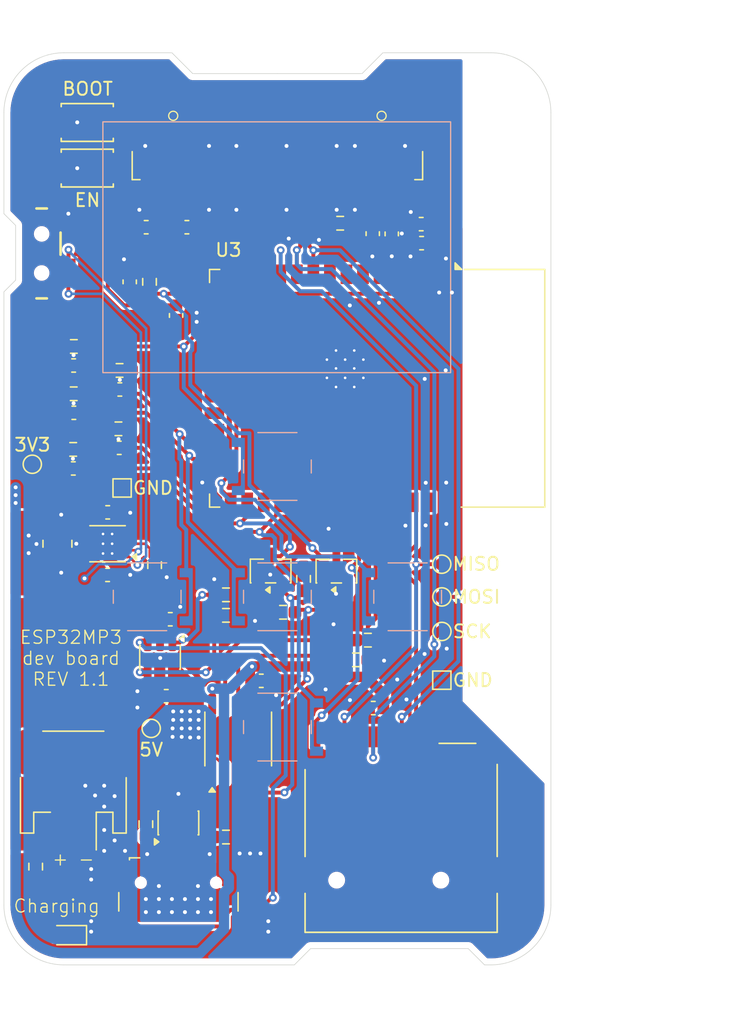
<source format=kicad_pcb>
(kicad_pcb (version 20241229) (generator "pcbnew") (generator_version "9.0")
  (layers (0 "F.Cu" signal) (2 "B.Cu" signal) (13 "F.Paste" user) (15 "B.Paste" user) (5 "F.SilkS" user "F.Silkscreen") (7 "B.SilkS" user "B.Silkscreen") (1 "F.Mask" user) (3 "B.Mask" user) (25 "Edge.Cuts" user))
  (net 0 "")
  (net 1 "+3V3")
  (net 2 "GND")
  (net 3 "/MCU/EN")
  (net 4 "/Buttons/BTN UP")
  (net 5 "/Buttons/BTN ENTER")
  (net 6 "/Buttons/BTN DOWN")
  (net 7 "/Buttons/BTN RIGHT")
  (net 8 "/Buttons/BTN LEFT")
  (net 9 "/MCU/BOOT")
  (net 10 "+BATT")
  (net 11 "Net-(DS1-VCOMH)")
  (net 12 "Net-(DS1-VCC)")
  (net 13 "Net-(DS1-C2N)")
  (net 14 "Net-(DS1-C2P)")
  (net 15 "Net-(DS1-C1N)")
  (net 16 "Net-(DS1-C1P)")
  (net 17 "Net-(D1-K)")
  (net 18 "Net-(D1-A)")
  (net 20 "/Display/DISPLAY RESET")
  (net 22 "/Display/CLK")
  (net 23 "/Display/MOSI")
  (net 24 "/Display/DISPLAY CS")
  (net 25 "Net-(DS1-IREF)")
  (net 26 "/Display/DISPLAY D{slash}~{C}")
  (net 27 "/MCU/µSD CS")
  (net 28 "/MCU/MISO")
  (net 29 "/MCU/µSD DET")
  (net 30 "Net-(J1-CC2)")
  (net 31 "Net-(J1-D--PadA7)")
  (net 32 "Net-(J1-CC1)")
  (net 33 "Net-(J1-D+-PadA6)")
  (net 34 "VBUS")
  (net 39 "Net-(U2-LX2)")
  (net 40 "Net-(U2-LX1)")
  (net 41 "/USB bridge/~{RTS}")
  (net 42 "Net-(Q1-B)")
  (net 43 "Net-(U1-ISET)")
  (net 44 "Net-(U1-TS)")
  (net 45 "/USB bridge/~{DTR}")
  (net 46 "Net-(Q2-B)")
  (net 47 "/USB bridge/TXD BRIDGE")
  (net 48 "Net-(U2-CFG1)")
  (net 49 "Net-(SW1-B)")
  (net 50 "/USB bridge/RXD BRIDGE")
  (net 61 "/MCU/RXD BRIDGE")
  (net 69 "/MCU/TXD BRIDGE")
  (net 71 "/USB bridge/UD-")
  (net 72 "/USB bridge/UD+")
  (footprint "Package_TO_SOT_SMD:SOT-23-6" (layer "F.Cu") (at 166.899532 104.858046 90)
    (property "Reference" "U5" (hide yes))
    (property "Value" "USBLC6-2SC6")
  )
  (footprint "Capacitor_SMD:C_0603_1608Metric" (layer "F.Cu") (at 183.28 59.65 -90)
    (property "Reference" "C14" (hide yes))
    (property "Value" "2u2")
  )
  (footprint "Library:SW_TS-1088-AR02016" (layer "F.Cu") (at 159.9 54.6)
    (property "Reference" "SW2" (hide yes))
    (property "Value" "EN")
  )
  (footprint "Capacitor_SMD:C_0603_1608Metric" (layer "F.Cu") (at 158.855 69.75 180)
    (property "Reference" "C16" (hide yes))
    (property "Value" "100n")
  )
  (footprint "Library:N096-2864KSWEG01-H30" (layer "F.Cu") (at 174.5 51.95)
    (property "Reference" "DS1" (hide yes))
    (property "Value" "N096-2864KSWEG01-H30")
  )
  (footprint "TestPoint:TestPoint_Pad_D1.0mm" (layer "F.Cu") (at 187.12 85)
    (property "Reference" "TP3" (hide yes))
    (property "Value" "MISO")
  )
  (footprint "Resistor_SMD:R_0603_1608Metric_Pad0.98x0.95mm_HandSolder" (layer "F.Cu") (at 170.55 88.925)
    (property "Reference" "R3" (hide yes))
    (property "Value" "675R")
  )
  (footprint "Resistor_SMD:R_0603_1608Metric_Pad0.98x0.95mm_HandSolder" (layer "F.Cu") (at 158.82 76.19)
    (property "Reference" "R16" (hide yes))
    (property "Value" "10k")
  )
  (footprint "TestPoint:TestPoint_Pad_D1.0mm" (layer "F.Cu") (at 187.13 90.16)
    (property "Reference" "TP5" (hide yes))
    (property "Value" "SCK")
  )
  (footprint "Capacitor_SMD:C_0603_1608Metric" (layer "F.Cu") (at 185.54 58.9 180)
    (property "Reference" "C8" (hide yes))
    (property "Value" "100n")
  )
  (footprint "RF_Module:ESP32-WROOM-32D" (layer "F.Cu") (at 179.17 71.5 -90)
    (property "Reference" "U3")
    (property "Value" "ESP32-WROOM-32E-R2")
  )
  (footprint "Capacitor_SMD:C_0603_1608Metric" (layer "F.Cu") (at 161.46 85.82)
    (property "Reference" "C3" (hide yes))
    (property "Value" "22u")
  )
  (footprint "Resistor_SMD:R_0603_1608Metric_Pad0.98x0.95mm_HandSolder" (layer "F.Cu") (at 179.32 58.832 180)
    (property "Reference" "R12" (hide yes))
    (property "Value" "910k")
  )
  (footprint "Resistor_SMD:R_0603_1608Metric_Pad0.98x0.95mm_HandSolder" (layer "F.Cu") (at 181.45 90.83)
    (property "Reference" "R1" (hide yes))
    (property "Value" "0R")
  )
  (footprint "TestPoint:TestPoint_Pad_D1.0mm" (layer "F.Cu") (at 187.13 87.51)
    (property "Reference" "TP4" (hide yes))
    (property "Value" "MOSI")
  )
  (footprint "TestPoint:TestPoint_Pad_1.0x1.0mm" (layer "F.Cu") (at 187.125 93.9)
    (property "Reference" "TP1" (hide yes))
    (property "Value" "GND")
  )
  (footprint "Capacitor_SMD:C_0603_1608Metric" (layer "F.Cu") (at 161.47 81.02)
    (property "Reference" "C4" (hide yes))
    (property "Value" "22u")
  )
  (footprint "TestPoint:TestPoint_Pad_D1.0mm" (layer "F.Cu") (at 164.81 97.6)
    (property "Reference" "TP6" (hide yes))
    (property "Value" "5V")
  )
  (footprint "Capacitor_SMD:C_0603_1608Metric" (layer "F.Cu") (at 167.55 59.137)
    (property "Reference" "C12" (hide yes))
    (property "Value" "1u")
  )
  (footprint "Resistor_SMD:R_0603_1608Metric_Pad0.98x0.95mm_HandSolder" (layer "F.Cu") (at 158.86 71.92)
    (property "Reference" "R15" (hide yes))
    (property "Value" "10k")
  )
  (footprint "Resistor_SMD:R_0603_1608Metric_Pad0.98x0.95mm_HandSolder" (layer "F.Cu") (at 170.55 87.35)
    (property "Reference" "R4" (hide yes))
    (property "Value" "10k")
  )
  (footprint "Capacitor_SMD:C_0603_1608Metric" (layer "F.Cu") (at 181.86 96.04 180)
    (property "Reference" "C10" (hide yes))
    (property "Value" "100n")
  )
  (footprint "Capacitor_SMD:C_0603_1608Metric" (layer "F.Cu") (at 163.16 63.33 90)
    (property "Reference" "C5" (hide yes))
    (property "Value" "100n")
  )
  (footprint "Resistor_SMD:R_0603_1608Metric_Pad0.98x0.95mm_HandSolder" (layer "F.Cu") (at 165.07 85.07 -90)
    (property "Reference" "R6" (hide yes))
    (property "Value" "36k5")
  )
  (footprint "Library:SW_TS-1088-AR02016" (layer "F.Cu") (at 159.9 51.1)
    (property "Reference" "SW3" (hide yes))
    (property "Value" "BOOT")
  )
  (footprint "Package_SO:SSOP-10-1EP_3.9x4.9mm_P1mm_EP2.1x3.3mm" (layer "F.Cu") (at 171.49 98.4125 90)
    (property "Reference" "U4" (hide yes))
    (property "Value" "CH340K")
  )
  (footprint "Package_TO_SOT_SMD:SOT-23-3" (layer "F.Cu") (at 179.03 85.53 90)
    (property "Reference" "Q1" (hide yes))
    (property "Value" "SS8050")
  )
  (footprint "Connector_JST:JST_PH_S2B-PH-SM4-TB_1x02-1MP_P2.00mm_Horizontal" (layer "F.Cu") (at 158.83 102.325 180)
    (property "Reference" "BT1" (hide yes))
    (property "Value" "974058 li-Ion")
  )
  (footprint "Resistor_SMD:R_0603_1608Metric_Pad0.98x0.95mm_HandSolder" (layer "F.Cu") (at 164.68 63.33 -90)
    (property "Reference" "R7" (hide yes))
    (property "Value" "10k")
  )
  (footprint "Capacitor_SMD:C_0603_1608Metric" (layer "F.Cu") (at 162.4025 71.59 180)
    (property "Reference" "C19" (hide yes))
    (property "Value" "100n")
  )
  (footprint "Connector_USB:USB_C_Receptacle_GCT_USB4110" (layer "F.Cu") (at 166.9 112.05)
    (property "Reference" "J1" (hide yes))
    (property "Value" "USB_C_Receptacle_USB2.0_16P")
  )
  (footprint "Package_TO_SOT_SMD:SOT-23-6" (layer "F.Cu") (at 165.4875 92.15 -90)
    (property "Reference" "U1" (hide yes))
    (property "Value" "BQ21040DBV")
  )
  (footprint "Inductor_SMD:L_1008_2520Metric" (layer "F.Cu") (at 157.61 83.43 90)
    (property "Reference" "L1" (hide yes))
    (property "Value" "2u2")
  )
  (footprint "Capacitor_SMD:C_0603_1608Metric" (layer "F.Cu") (at 166.275 89.225)
    (property "Reference" "C2" (hide yes))
    (property "Value" "22u")
  )
  (footprint "Resistor_SMD:R_0603_1608Metric_Pad0.98x0.95mm_HandSolder" (layer "F.Cu") (at 170.55 105.94 180)
    (property "Reference" "R11" (hide yes))
    (property "Value" "5k1")
  )
  (footprint "Capacitor_SMD:C_0603_1608Metric" (layer "F.Cu") (at 158.83 77.65 180)
    (property "Reference" "C18" (hide yes))
    (property "Value" "100n")
  )
  (footprint "Resistor_SMD:R_0603_1608Metric_Pad0.98x0.95mm_HandSolder" (layer "F.Cu") (at 162.38 70.13)
    (property "Reference" "R17" (hide yes))
    (property "Value" "10k")
  )
  (footprint "Resistor_SMD:R_0603_1608Metric_Pad0.98x0.95mm_HandSolder" (layer "F.Cu") (at 162.295 74.61)
    (property "Reference" "R13" (hide yes))
    (property "Value" "10k")
  )
  (footprint "Resistor_SMD:R_0603_1608Metric_Pad0.98x0.95mm_HandSolder" (layer "F.Cu") (at 176.51 86.1275 90)
    (property "Reference" "R8" (hide yes))
    (property "Value" "10k")
  )
  (footprint "LED_SMD:LED_0603_1608Metric" (layer "F.Cu") (at 158.36 113.47 180)
    (property "Reference" "D1" (hide yes))
    (property "Value" "LED")
  )
  (footprint "Capacitor_SMD:C_0603_1608Metric" (layer "F.Cu") (at 165.965 95.13 180)
    (property "Reference" "C1" (hide yes))
    (property "Value" "2u2")
  )
  (footprint "Resistor_SMD:R_0603_1608Metric_Pad0.98x0.95mm_HandSolder" (layer "F.Cu") (at 155.94 108.21 -90)
    (property "Reference" "R5" (hide yes))
    (property "Value" "270R")
  )
  (footprint "Resistor_SMD:R_0603_1608Metric_Pad0.98x0.95mm_HandSolder" (layer "F.Cu") (at 174.93 88.69 180)
    (property "Reference" "R9" (hide yes))
    (property "Value" "10k")
  )
  (footprint "Capacitor_SMD:C_0603_1608Metric" (layer "F.Cu") (at 158.87 73.38 180)
    (property "Reference" "C17" (hide yes))
    (property "Value" "100n")
  )
  (footprint "Capacitor_SMD:C_0603_1608Metric" (layer "F.Cu") (at 164.425 59.137)
    (property "Reference" "C11" (hide yes))
    (property "Value" "1u")
  )
  (footprint "Resistor_SMD:R_0603_1608Metric_Pad0.98x0.95mm_HandSolder" (layer "F.Cu") (at 180.53 92.34)
    (property "Reference" "R2" (hide yes))
    (property "Value" "0R")
  )
  (footprint "Package_SON:WSON-10-1EP_2.5x2.5mm_P0.5mm_EP1.2x2mm_ThermalVias" (layer "F.Cu") (at 161.46 83.43 180)
    (property "Reference" "U2" (hide yes))
    (property "Value" "TPS63900")
  )
  (footprint "Package_TO_SOT_SMD:SOT-23-3" (layer "F.Cu") (at 173.98 85.5225 90)
    (property "Reference" "Q2" (hide yes))
    (property "Value" "SS8050")
  )
  (footprint "Library:MK-12C02-G015" (layer "F.Cu") (at 156.4 61.15 90)
    (property "Reference" "SW1" (hide yes))
    (property "Value" "SW_SPDT")
  )
  (footprint "Capacitor_SMD:C_0603_1608Metric" (layer "F.Cu") (at 173.26 93.95)
    (property "Reference" "C9" (hide yes))
    (property "Value" "100n")
  )
  (footprint "Library:TF PUSH" (layer "F.Cu") (at 184 106)
    (property "Reference" "J2" (hide yes))
    (property "Value" "Micro_SD_Card_Det1")
  )
  (footprint "Resistor_SMD:R_0603_1608Metric_Pad0.98x0.95mm_HandSolder" (layer "F.Cu") (at 158.87 68.29)
    (property "Reference" "R14" (hide yes))
    (property "Value" "10k")
  )
  (footprint "Capacitor_SMD:C_0603_1608Metric" (layer "F.Cu") (at 162.355 76.07 180)
    (property "Reference" "C15" (hide yes))
    (property "Value" "100n")
  )
  (footprint "TestPoint:TestPoint_Pad_D1.0mm" (layer "F.Cu") (at 155.68 77.33)
    (property "Reference" "TP7" (hide yes))
    (property "Value" "3V3")
  )
  (footprint "Capacitor_SMD:C_0603_1608Metric" (layer "F.Cu") (at 181.82 59.632 -90)
    (property "Reference" "C13" (hide yes))
    (property "Value" "4u7")
  )
  (footprint "TestPoint:TestPoint_Pad_1.0x1.0mm" (layer "F.Cu") (at 162.575 79.15)
    (property "Reference" "TP2" (hide yes))
    (property "Value" "GND")
  )
  (footprint "Capacitor_SMD:C_0603_1608Metric" (layer "F.Cu") (at 185.57 60.36 180)
    (property "Reference" "C7" (hide yes))
    (property "Value" "100n")
  )
  (footprint "Resistor_SMD:R_0603_1608Metric_Pad0.98x0.95mm_HandSolder" (layer "F.Cu") (at 164.4 104.95 -90)
    (property "Reference" "R10" (hide yes))
    (property "Value" "5k1")
  )
  (footprint "Capacitor_SMD:C_0603_1608Metric" (layer "F.Cu") (at 166.72 65.91 -90)
    (property "Reference" "C6" (hide yes))
    (property "Value" "100n")
  )
  (footprint "Library:PTS526SM15SMTR2LFS" (layer "B.Cu") (at 174.5 97.5)
    (property "Reference" "SW7" (hide yes))
    (property "Value" "DOWN")
  )
  (footprint "Library:PTS526SM15SMTR2LFS" (layer "B.Cu") (at 184.5 87.5 180)
    (property "Reference" "SW4" (hide yes))
    (property "Value" "LEFT")
  )
  (footprint "Library:PTS526SM15SMTR2LFS" (layer "B.Cu") (at 174.5 87.5 180)
    (property "Reference" "SW6" (hide yes))
    (property "Value" "ENTER")
  )
  (footprint "Library:PTS526SM15SMTR2LFS" (layer "B.Cu") (at 164.5 87.5)
    (property "Reference" "SW8" (hide yes))
    (property "Value" "RIGHT")
  )
  (footprint "Library:PTS526SM15SMTR2LFS" (layer "B.Cu") (at 174.5 77.5 180)
    (property "Reference" "SW5" (hide yes))
    (property "Value" "UP")
  )
  (gr_line (start 154.4 59) (end 154.4 63.2) (stroke (width 0.05)) (layer "Edge.Cuts"))
  (gr_line (start 168 47.35) (end 174.5 47.35) (stroke (width 0.05)) (layer "Edge.Cuts"))
  (gr_line (start 181 47.35) (end 174.5 47.35) (stroke (width 0.05)) (layer "Edge.Cuts"))
  (gr_line (start 154.4 63.2) (end 153.5 64.1) (stroke (width 0.05)) (layer "Edge.Cuts"))
  (gr_arc (start 153.5 50.35) (mid 154.847309 47.097309) (end 158.1 45.75) (stroke (width 0.05)) (layer "Edge.Cuts"))
  (gr_arc (start 195.5 111.15) (mid 194.152691 114.402691) (end 190.9 115.75) (stroke (width 0.05)) (layer "Edge.Cuts"))
  (gr_line (start 182.6 45.75) (end 181 47.35) (stroke (width 0.05)) (layer "Edge.Cuts"))
  (gr_line (start 190.4 115.75) (end 190.9 115.75) (stroke (width 0.05)) (layer "Edge.Cuts"))
  (gr_line (start 189.15 114.5) (end 190.4 115.75) (stroke (width 0.05)) (layer "Edge.Cuts"))
  (gr_arc (start 158.099999 115.750001) (mid 154.847308 114.402692) (end 153.499999 111.150001) (stroke (width 0.05)) (layer "Edge.Cuts"))
  (gr_line (start 175.8 115.75) (end 158.1 115.75) (stroke (width 0.05)) (layer "Edge.Cuts"))
  (gr_line (start 158.1 45.75) (end 166.4 45.75) (stroke (width 0.05)) (layer "Edge.Cuts"))
  (gr_line (start 177.05 114.5) (end 189.15 114.5) (stroke (width 0.05)) (layer "Edge.Cuts"))
  (gr_line (start 153.5 64.1) (end 153.5 111.15) (stroke (width 0.05)) (layer "Edge.Cuts"))
  (gr_line (start 153.5 58.1) (end 153.5 50.35) (stroke (width 0.05)) (layer "Edge.Cuts"))
  (gr_line (start 195.5 50.35) (end 195.5 111.15) (stroke (width 0.05)) (layer "Edge.Cuts"))
  (gr_line (start 166.4 45.75) (end 168 47.35) (stroke (width 0.05)) (layer "Edge.Cuts"))
  (gr_line (start 154.4 59) (end 153.5 58.1) (stroke (width 0.05)) (layer "Edge.Cuts"))
  (gr_line (start 177.05 114.5) (end 175.8 115.75) (stroke (width 0.05)) (layer "Edge.Cuts"))
  (gr_line (start 182.6 45.75) (end 190.9 45.75) (stroke (width 0.05)) (layer "Edge.Cuts"))
  (gr_arc (start 190.9 45.75) (mid 194.152691 47.097309) (end 195.5 50.35) (stroke (width 0.05)) (layer "Edge.Cuts"))
  (gr_text "+ -" (at 158.83 108.21 0) (layer "F.SilkS") (effects (font (size 1 1) (thickness 0.1)) (justify bottom)))
  (gr_text "Charging" (at 157.55 111.82 0) (layer "F.SilkS") (effects (font (size 1 1) (thickness 0.1)) (justify bottom)))
  (gr_text "ESP32MP3\ndev board\nREV 1.1" (at 158.65 92.22 0) (layer "F.SilkS") (effects (font (size 1 1) (thickness 0.1))))
  (segment (start 169.49 95.775) (end 169.49 94.56) (width 0.3) (layer "F.Cu") (net 1))
  (segment (start 182.95 98.25) (end 182.95 96.355) (width 0.4) (layer "F.Cu") (net 1))
  (segment (start 172.485 92.915) (end 172.485 93.95) (width 0.6) (layer "F.Cu") (net 1))
  (segment (start 162.476 60.186) (end 162.476 56.376) (width 0.3) (layer "F.Cu") (net 1))
  (segment (start 181.32 93.65) (end 178.7 93.65) (width 0.8) (layer "F.Cu") (net 1))
  (segment (start 169.49 94.56) (end 169.5 94.55) (width 0.3) (layer "F.Cu") (net 1))
  (segment (start 172.49 93.955) (end 172.485 93.95) (width 0.3) (layer "F.Cu") (net 1))
  (segment (start 177.9 92.85) (end 172.55 92.85) (width 0.8) (layer "F.Cu") (net 1))
  (segment (start 160.8475 70.75) (end 157.5 70.75) (width 0.3) (layer "F.Cu") (net 1))
  (segment (start 162.476 56.376) (end 163.001 55.851) (width 0.3) (layer "F.Cu") (net 1))
  (segment (start 161.3825 74.61) (end 157.49 74.61) (width 0.3) (layer "F.Cu") (net 1))
  (segment (start 172.49 95.775) (end 172.49 93.955) (width 0.6) (layer "F.Cu") (net 1))
  (segment (start 161.4675 70.13) (end 160.8475 70.75) (width 0.3) (layer "F.Cu") (net 1))
  (segment (start 169.95 55.337) (end 169.95 49.6) (width 0.4) (layer "F.Cu") (net 1))
  (segment (start 167.85 55.337) (end 167.85 49.55) (width 0.4) (layer "F.Cu") (net 1))
  (segment (start 182.635 94.965) (end 181.32 93.65) (width 0.8) (layer "F.Cu") (net 1))
  (segment (start 169.48 95.765) (end 169.49 95.775) (width 0.3) (layer "F.Cu") (net 1))
  (segment (start 164.68 62.4175) (end 164.68 62.39) (width 0.3) (layer "F.Cu") (net 1))
  (segment (start 178.7 93.65) (end 177.9 92.85) (width 0.8) (layer "F.Cu") (net 1))
  (segment (start 163.001 55.851) (end 163.001 51.45) (width 0.3) (layer "F.Cu") (net 1))
  (segment (start 164.68 62.39) (end 162.476 60.186) (width 0.3) (layer "F.Cu") (net 1))
  (segment (start 172.55 92.85) (end 172.485 92.915) (width 0.8) (layer "F.Cu") (net 1))
  (segment (start 182.635 94.965) (end 182.635 96.04) (width 0.8) (layer "F.Cu") (net 1))
  (via (at 172.55 92.85) (size 0.6) (drill 0.3) (layers "F.Cu" "B.Cu") (net 1))
  (via (at 154.4 79.7) (size 0.6) (drill 0.3) (layers "F.Cu" "B.Cu") (net 1))
  (via (at 154.4 79.1) (size 0.6) (drill 0.3) (layers "F.Cu" "B.Cu") (net 1))
  (via (at 169.5 94.55) (size 0.6) (drill 0.3) (layers "F.Cu" "B.Cu") (net 1))
  (via (at 154.4 80.3) (size 0.6) (drill 0.3) (layers "F.Cu" "B.Cu") (net 1))
  (segment (start 154.4 80.3) (end 154.401 80.301) (width 0.8) (layer "B.Cu") (net 1))
  (segment (start 170.4 100.302) (end 170.399 100.301) (width 0.8) (layer "B.Cu") (net 1))
  (segment (start 170.85 94.55) (end 172.55 92.85) (width 0.8) (layer "B.Cu") (net 1))
  (segment (start 170.4 112.999) (end 170.4 110.215272) (width 0.8) (layer "B.Cu") (net 1))
  (segment (start 170.399 100.301) (end 170.399 94.55) (width 0.8) (layer "B.Cu") (net 1))
  (segment (start 170.766 109.849272) (end 170.766 109.040728) (width 0.8) (layer "B.Cu") (net 1))
  (segment (start 170.4 110.215272) (end 170.766 109.849272) (width 0.8) (layer "B.Cu") (net 1))
  (segment (start 170.399 94.55) (end 170.85 94.55) (width 0.8) (layer "B.Cu") (net 1))
  (segment (start 154.401 91.549) (end 154.401 111.124438) (width 0.8) (layer "B.Cu") (net 1))
  (segment (start 170.4 108.674728) (end 170.4 100.302) (width 0.8) (layer "B.Cu") (net 1))
  (segment (start 158.125562 114.849) (end 168.55 114.849) (width 0.8) (layer "B.Cu") (net 1))
  (segment (start 154.4 79.7) (end 154.4 80.3) (width 0.8) (layer "B.Cu") (net 1))
  (segment (start 154.4 79.1) (end 154.4 79.7) (width 0.8) (layer "B.Cu") (net 1))
  (segment (start 170.766 109.040728) (end 170.4 108.674728) (width 0.8) (layer "B.Cu") (net 1))
  (segment (start 170.399 94.55) (end 169.5 94.55) (width 0.8) (layer "B.Cu") (net 1))
  (segment (start 154.401 80.301) (end 154.401 91.549) (width 0.8) (layer "B.Cu") (net 1))
  (segment (start 168.55 114.849) (end 170.4 112.999) (width 0.8) (layer "B.Cu") (net 1))
  (arc (start 154.401 111.124438) (mid 155.491899 113.758101) (end 158.125562 114.849) (width 0.8) (layer "B.Cu") (net 1))
  (via (at 160.2 108.4) (size 0.6) (drill 0.3) (layers "F.Cu" "B.Cu") (net 2))
  (via (at 165.5 92.2) (size 0.6) (drill 0.3) (layers "F.Cu" "B.Cu") (net 2))
  (via (at 162.8 107) (size 0.6) (drill 0.3) (layers "F.Cu" "B.Cu") (net 2))
  (via (at 173.8 113.2) (size 0.6) (drill 0.3) (layers "F.Cu" "B.Cu") (net 2))
  (via (at 171.35 52.9) (size 0.6) (drill 0.3) (layers "F.Cu" "B.Cu") (net 2))
  (via (at 158.85 72.65) (size 0.6) (drill 0.3) (layers "F.Cu" "B.Cu") (net 2))
  (via (at 173.2 107.2) (size 0.6) (drill 0.3) (layers "F.Cu" "B.Cu") (net 2))
  (via (at 182.69 92.4) (size 0.6) (drill 0.3) (layers "F.Cu" "B.Cu") (net 2))
  (via (at 158.85 68.95) (size 0.6) (drill 0.3) (layers "F.Cu" "B.Cu") (net 2))
  (via (at 169.65 86.15) (size 0.6) (drill 0.3) (layers "F.Cu" "B.Cu") (net 2))
  (via (at 162 106.2) (size 0.6) (drill 0.3) (layers "F.Cu" "B.Cu") (net 2))
  (via (at 177.69 60.11) (size 0.6) (drill 0.3) (layers "F.Cu" "B.Cu") (net 2))
  (via (at 157.9 85.65) (size 0.6) (drill 0.3) (layers "F.Cu" "B.Cu") (net 2))
  (via (at 171.6 107.2) (size 0.6) (drill 0.3) (layers "F.Cu" "B.Cu") (net 2))
  (via (at 178.2 94.61) (size 0.6) (drill 0.3) (layers "F.Cu" "B.Cu") (net 2))
  (via (at 185.81 70.78) (size 0.6) (drill 0.3) (layers "F.Cu" "B.Cu") (net 2))
  (via (at 167.04 88.27) (size 0.6) (drill 0.3) (layers "F.Cu" "B.Cu") (net 2))
  (via (at 163.9 57.8) (size 0.6) (drill 0.3) (layers "F.Cu" "B.Cu") (net 2))
  (via (at 185.88 82.02) (size 0.6) (drill 0.3) (layers "F.Cu" "B.Cu") (net 2))
  (via (at 186.92 64.15) (size 0.6) (drill 0.3) (layers "F.Cu" "B.Cu") (net 2))
  (via (at 179.05 57.8) (size 0.6) (drill 0.3) (layers "F.Cu" "B.Cu") (net 2))
  (via (at 187.47 81.91) (size 0.6) (drill 0.3) (layers "F.Cu" "B.Cu") (net 2))
  (via (at 158.45 58.1) (size 0.6) (drill 0.3) (layers "F.Cu" "B.Cu") (net 2))
  (via (at 166 86) (size 0.6) (drill 0.3) (layers "F.Cu" "B.Cu") (net 2))
  (via (at 171.35 57.8) (size 0.6) (drill 0.3) (layers "F.Cu" "B.Cu") (net 2))
  (via (at 172.78 89.35) (size 0.6) (drill 0.3) (layers "F.Cu" "B.Cu") (net 2))
  (via (at 161.2 107) (size 0.6) (drill 0.3) (layers "F.Cu" "B.Cu") (net 2))
  (via (at 175.2 57.8) (size 0.6) (drill 0.3) (layers "F.Cu" "B.Cu") (net 2))
  (via (at 187.44 61.54) (size 0.6) (drill 0.3) (layers "F.Cu" "B.Cu") (net 2))
  (via (at 163.2 85.82) (size 0.6) (drill 0.3) (layers "F.Cu" "B.Cu") (net 2))
  (via (at 184.33 82.04) (size 0.6) (drill 0.3) (layers "F.Cu" "B.Cu") (net 2))
  (via (at 187.9 64.15) (size 0.6) (drill 0.3) (layers "F.Cu" "B.Cu") (net 2))
  (via (at 172.4 107.2) (size 0.6) (drill 0.3) (layers "F.Cu" "B.Cu") (net 2))
  (via (at 174.4 95.05) (size 0.6) (drill 0.3) (layers "F.Cu" "B.Cu") (net 2))
  (via (at 178.81 89.61) (size 0.6) (drill 0.3) (layers "F.Cu" "B.Cu") (net 2))
  (via (at 181.79 61.38) (size 0.6) (drill 0.3) (layers "F.Cu" "B.Cu") (net 2))
  (via (at 155.4 84.15) (size 0.6) (drill 0.3) (layers "F.Cu" "B.Cu") (net 2))
  (via (at 159.13 51.09) (size 0.6) (drill 0.3) (layers "F.Cu" "B.Cu") (net 2))
  (via (at 168.3 66.4) (size 0.6) (drill 0.3) (layers "F.Cu" "B.Cu") (net 2))
  (via (at 184.3 52.9) (size 0.6) (drill 0.3) (layers "F.Cu" "B.Cu") (net 2))
  (via (at 180.45 57.8) (size 0.6) (drill 0.3) (layers "F.Cu" "B.Cu") (net 2))
  (via (at 163.2 81.05) (size 0.6) (drill 0.3) (layers "F.Cu" "B.Cu") (net 2))
  (via (at 163.75 96) (size 0.6) (drill 0.3) (layers "F.Cu" "B.Cu") (net 2))
  (via (at 187.46 78.74) (size 0.6) (drill 0.3) (layers "F.Cu" "B.Cu") (net 2))
  (via (at 168.3 65.7) (size 0.6) (drill 0.3) (layers "F.Cu" "B.Cu") (net 2))
  (via (at 161.2 103.6) (size 0.6) (drill 0.3) (layers "F.Cu" "B.Cu") (net 2))
  (via (at 183.7 93.85) (size 0.6) (drill 0.3) (layers "F.Cu" "B.Cu") (net 2))
  (via (at 179 87.27) (size 0.6) (drill 0.3) (layers "F.Cu" "B.Cu") (net 2))
  (via (at 169.25 52.9) (size 0.6) (drill 0.3) (layers "F.Cu" "B.Cu") (net 2))
  (via (at 157.9 81.2) (size 0.6) (drill 0.3) (layers "F.Cu" "B.Cu") (net 2))
  (via (at 183.28 61.37) (size 0.6) (drill 0.3) (layers "F.Cu" "B.Cu") (net 2))
  (via (at 159.75 102) (size 0.6) (drill 0.3) (layers "F.Cu" "B.Cu") (net 2))
  (via (at 160.2 109.2) (size 0.6) (drill 0.3) (layers "F.Cu" "B.Cu") (net 2))
  (via (at 162 102.8) (size 0.6) (drill 0.3) (layers "F.Cu" "B.Cu") (net 2))
  (via (at 180.06 65.14) (size 0.6) (drill 0.3) (layers "F.Cu" "B.Cu") (net 2))
  (via (at 161.2 102) (size 0.6) (drill 0.3) (layers "F.Cu" "B.Cu") (net 2))
  (via (at 169.25 57.8) (size 0.6) (drill 0.3) (layers "F.Cu" "B.Cu") (net 2))
  (via (at 160.2 112.4) (size 0.6) (drill 0.3) (layers "F.Cu" "B.Cu") (net 2))
  (via (at 184.72 61.38) (size 0.6) (drill 0.3) (layers "F.Cu" "B.Cu") (net 2))
  (via (at 185.89 78.75) (size 0.6) (drill 0.3) (layers "F.Cu" "B.Cu") (net 2))
  (via (at 173.8 112.4) (size 0.6) (drill 0.3) (layers "F.Cu" "B.Cu") (net 2))
  (via (at 160.2 113.2) (size 0.6) (drill 0.3) (layers "F.Cu" "B.Cu") (net 2))
  (via (at 179.05 52.9) (size 0.6) (drill 0.3) (layers "F.Cu" "B.Cu") (net 2))
  (via (at 185.8 91.89) (size 0.6) (drill 0.3) (layers "F.Cu" "B.Cu") (net 2))
  (via (at 159.06 83.43) (size 0.6) (drill 0.3) (layers "F.Cu" "B.Cu") (net 2))
  (via (at 159.13 54.61) (size 0.6) (drill 0.3) (layers "F.Cu" "B.Cu") (net 2))
  (via (at 162.3 75.4) (size 0.6) (drill 0.3) (layers "F.Cu" "B.Cu") (net 2))
  (via (at 164.35 52.9) (size 0.6) (drill 0.3) (layers "F.Cu" "B.Cu") (net 2))
  (via (at 187.5 91.48) (size 0.6) (drill 0.3) (layers "F.Cu" "B.Cu") (net 2))
  (via (at 162.4 70.85) (size 0.6) (drill 0.3) (layers "F.Cu" "B.Cu") (net 2))
  (via (at 178.43 82.28) (size 0.6) (drill 0.3) (layers "F.Cu" "B.Cu") (net 2))
  (via (at 180.07 95.43) (size 0.6) (drill 0.3) (layers "F.Cu" "B.Cu") (net 2))
  (via (at 175.37 60.01) (size 0.6) (drill 0.3) (layers "F.Cu" "B.Cu") (net 2))
  (via (at 180.45 52.9) (size 0.6) (drill 0.3) (layers "F.Cu" "B.Cu") (net 2))
  (via (at 173.95 85.8) (size 0.6) (drill 0.3) (layers "F.Cu" "B.Cu") (net 2))
  (via (at 163.75 94.75) (size 0.6) (drill 0.3) (layers "F.Cu" "B.Cu") (net 2))
  (via (at 158.8 76.9) (size 0.6) (drill 0.3) (layers "F.Cu" "B.Cu") (net 2))
  (via (at 161.2 105.4) (size 0.6) (drill 0.3) (layers "F.Cu" "B.Cu") (net 2))
  (via (at 184.05 59.62) (size 0.6) (drill 0.3) (layers "F.Cu" "B.Cu") (net 2))
  (via (at 175.2 52.9) (size 0.6) (drill 0.3) (layers "F.Cu" "B.Cu") (net 2))
  (via (at 160.5 102.75) (size 0.6) (drill 0.3) (layers "F.Cu" "B.Cu") (net 2))
  (via (at 168.73 78.73) (size 0.6) (drill 0.3) (layers "F.Cu" "B.Cu") (net 2))
  (via (at 155.4 82.8) (size 0.6) (drill 0.3) (layers "F.Cu" "B.Cu") (net 2))
  (via (at 184.41 95.38) (size 0.6) (drill 0.3) (layers "F.Cu" "B.Cu") (net 2))
  (via (at 162.72 61.6) (size 0.6) (drill 0.3) (layers "F.Cu" "B.Cu") (net 2))
  (via (at 182.3 64.94) (size 0.6) (drill 0.3) (layers "F.Cu" "B.Cu") (net 2))
  (via (at 156 83.45) (size 0.6) (drill 0.3) (layers "F.Cu" "B.Cu") (net 2))
  (via (at 184.74 57.97) (size 0.6) (drill 0.3) (layers "F.Cu" "B.Cu") (net 2))
  (via (at 187.42 70.12) (size 0.6) (drill 0.3) (layers "F.Cu" "B.Cu") (net 2))
  (segment (start 177.81954 84.3925) (end 179.03 84.3925) (width 0.3) (layer "F.Cu") (net 3))
  (segment (start 164.68 64.2425) (end 184.4375 64.2425) (width 0.3) (layer "F.Cu") (net 3))
  (segment (start 163.16 64.105) (end 163.2975 64.2425) (width 0.3) (layer "F.Cu") (net 3))
  (segment (start 184.4375 64.2425) (end 184.88 63.8) (width 0.3) (layer "F.Cu") (net 3))
  (segment (start 177.19 83.76296) (end 177.81954 84.3925) (width 0.3) (layer "F.Cu") (net 3))
  (segment (start 163.2975 64.2425) (end 164.68 64.2425) (width 0.3) (layer "F.Cu") (net 3))
  (segment (start 162.405 64.105) (end 163.16 64.105) (width 0.3) (layer "F.Cu") (net 3))
  (segment (start 161.975 63.675) (end 162.405 64.105) (width 0.3) (layer "F.Cu") (net 3))
  (segment (start 184.88 63.8) (end 184.88 62.75) (width 0.3) (layer "F.Cu") (net 3))
  (segment (start 161.975 54.6) (end 161.975 63.675) (width 0.3) (layer "F.Cu") (net 3))
  (via (at 177.19 83.76296) (size 0.6) (drill 0.3) (layers "F.Cu" "B.Cu") (net 3))
  (via (at 165.77 64.2425) (size 0.6) (drill 0.3) (layers "F.Cu" "B.Cu") (net 3))
  (segment (start 177.19 83.76296) (end 172.351 78.923959) (width 0.3) (layer "B.Cu") (net 3))
  (segment (start 172.351 74.949) (end 171.50752 74.949) (width 0.3) (layer "B.Cu") (net 3))
  (segment (start 167.961 68.559654) (end 167.961 68.020346) (width 0.3) (layer "B.Cu") (net 3))
  (segment (start 167.5 65.9725) (end 165.77 64.2425) (width 0.3) (layer "B.Cu") (net 3))
  (segment (start 167.811 71.25248) (end 167.811 68.709654) (width 0.3) (layer "B.Cu") (net 3))
  (segment (start 171.50752 74.949) (end 167.811 71.25248) (width 0.3) (layer "B.Cu") (net 3))
  (segment (start 167.811 68.709654) (end 167.961 68.559654) (width 0.3) (layer "B.Cu") (net 3))
  (segment (start 172.351 78.923959) (end 172.351 74.949) (width 0.3) (layer "B.Cu") (net 3))
  (segment (start 167.579654 67.639) (end 167.5 67.639) (width 0.3) (layer "B.Cu") (net 3))
  (segment (start 167.961 68.020346) (end 167.579654 67.639) (width 0.3) (layer "B.Cu") (net 3))
  (segment (start 167.5 67.639) (end 167.5 65.9725) (width 0.3) (layer "B.Cu") (net 3))
  (segment (start 168.54 67.06) (end 169.66 67.06) (width 0.3) (layer "F.Cu") (net 4))
  (segment (start 167.31 68.29) (end 168.54 67.06) (width 0.3) (layer "F.Cu") (net 4))
  (segment (start 159.7825 68.29) (end 159.7825 69.5975) (width 0.3) (layer "F.Cu") (net 4))
  (segment (start 159.7825 69.5975) (end 159.63 69.75) (width 0.3) (layer "F.Cu") (net 4))
  (segment (start 159.7825 68.29) (end 167.31 68.29) (width 0.3) (layer "F.Cu") (net 4))
  (via (at 167.31 68.29) (size 0.6) (drill 0.3) (layers "F.Cu" "B.Cu") (net 4))
  (segment (start 167.31 71.46) (end 167.31 68.29) (width 0.3) (layer "B.Cu") (net 4))
  (segment (start 171.85 79) (end 171.85 76) (width 0.3) (layer "B.Cu") (net 4))
  (segment (start 171.5 75.65) (end 167.31 71.46) (width 0.3) (layer "B.Cu") (net 4))
  (segment (start 171.85 76) (end 171.5 75.65) (width 0.3) (layer "B.Cu") (net 4))
  (segment (start 171.5 79.35) (end 171.85 79) (width 0.3) (layer "B.Cu") (net 4))
  (segment (start 167.98 76.92) (end 169.36 76.92) (width 0.3) (layer "F.Cu") (net 5))
  (segment (start 164.44 73.38) (end 159.645 73.38) (width 0.3) (layer "F.Cu") (net 5))
  (segment (start 159.7725 71.92) (end 159.7725 73.2525) (width 0.3) (layer "F.Cu") (net 5))
  (segment (start 159.7725 73.2525) (end 159.645 73.38) (width 0.3) (layer "F.Cu") (net 5))
  (segment (start 169.36 76.92) (end 169.66 77.22) (width 0.3) (layer "F.Cu") (net 5))
  (segment (start 167.73 76.67) (end 167.98 76.92) (width 0.3) (layer "F.Cu") (net 5))
  (segment (start 167.73 76.67) (end 164.44 73.38) (width 0.3) (layer "F.Cu") (net 5))
  (via (at 167.73 76.67) (size 0.6) (drill 0.3) (layers "F.Cu" "B.Cu") (net 5))
  (segment (start 167.62 81.77) (end 171.5 85.65) (width 0.3) (layer "B.Cu") (net 5))
  (segment (start 171.5 89.35) (end 171.15 89) (width 0.3) (layer "B.Cu") (net 5))
  (segment (start 171.15 86) (end 171.5 85.65) (width 0.3) (layer "B.Cu") (net 5))
  (segment (start 171.15 89) (end 171.15 86) (width 0.3) (layer "B.Cu") (net 5))
  (segment (start 167.62 76.78) (end 167.62 81.77) (width 0.3) (layer "B.Cu") (net 5))
  (segment (start 167.73 76.67) (end 167.62 76.78) (width 0.3) (layer "B.Cu") (net 5))
  (segment (start 159.7325 77.5225) (end 159.605 77.65) (width 0.3) (layer "F.Cu") (net 6))
  (segment (start 174.41 80.56) (end 174.72 80.25) (width 0.3) (layer "F.Cu") (net 6))
  (segment (start 159.605 77.65) (end 164.98148 77.65) (width 0.3) (layer "F.Cu") (net 6))
  (segment (start 174.41 81.24) (end 174.41 80.56) (width 0.3) (layer "F.Cu") (net 6))
  (segment (start 173.13 82.52) (end 174.41 81.24) (width 0.3) (layer "F.Cu") (net 6))
  (segment (start 169.85148 82.52) (end 173.13 82.52) (width 0.3) (layer "F.Cu") (net 6))
  (segment (start 164.98148 77.65) (end 169.85148 82.52) (width 0.3) (layer "F.Cu") (net 6))
  (segment (start 159.7325 76.19) (end 159.7325 77.5225) (width 0.3) (layer "F.Cu") (net 6))
  (via (at 173.13 82.52) (size 0.6) (drill 0.3) (layers "F.Cu" "B.Cu") (net 6))
  (segment (start 176.14 86.518521) (end 176.14 94.29) (width 0.3) (layer "B.Cu") (net 6))
  (segment (start 174.309 83.00752) (end 174.309 84.687521) (width 0.3) (layer "B.Cu") (net 6))
  (segment (start 176.14 94.29) (end 177.5 95.65) (width 0.3) (layer "B.Cu") (net 6))
  (segment (start 177.15 99) (end 177.5 99.35) (width 0.3) (layer "B.Cu") (net 6))
  (segment (start 173.38 82.77) (end 174.07148 82.77) (width 0.3) (layer "B.Cu") (net 6))
  (segment (start 177.5 95.65) (end 177.15 96) (width 0.3) (layer "B.Cu") (net 6))
  (segment (start 173.13 82.52) (end 173.38 82.77) (width 0.3) (layer "B.Cu") (net 6))
  (segment (start 174.07148 82.77) (end 174.309 83.00752) (width 0.3) (layer "B.Cu") (net 6))
  (segment (start 174.309 84.687521) (end 176.14 86.518521) (width 0.3) (layer "B.Cu") (net 6))
  (segment (start 177.15 96) (end 177.15 99) (width 0.3) (layer "B.Cu") (net 6))
  (segment (start 166.99462 75.01538) (end 167.92924 75.95) (width 0.3) (layer "F.Cu") (net 7))
  (segment (start 163.89924 71.92) (end 163.38 71.92) (width 0.3) (layer "F.Cu") (net 7))
  (segment (start 163.1775 71.7175) (end 163.1775 71.59) (width 0.3) (layer "F.Cu") (net 7))
  (segment (start 163.38 71.92) (end 163.1775 71.7175) (width 0.3) (layer "F.Cu") (net 7))
  (segment (start 163.2925 70.13) (end 163.2925 71.475) (width 0.3) (layer "F.Cu") (net 7))
  (segment (start 163.2925 71.475) (end 163.1775 71.59) (width 0.3) (layer "F.Cu") (net 7))
  (segment (start 166.99462 75.01538) (end 163.89924 71.92) (width 0.3) (layer "F.Cu") (net 7))
  (segment (start 167.92924 75.95) (end 169.66 75.95) (width 0.3) (layer "F.Cu") (net 7))
  (via (at 166.99462 75.01538) (size 0.6) (drill 0.3) (layers "F.Cu" "B.Cu") (net 7))
  (segment (start 167.85 89) (end 167.85 86) (width 0.3) (layer "B.Cu") (net 7))
  (segment (start 167.119 81.97752) (end 167.119 77.05) (width 0.3) (layer "B.Cu") (net 7))
  (segment (start 167.5 89.35) (end 167.85 89) (width 0.3) (layer "B.Cu") (net 7))
  (segment (start 166.969 76.9) (end 166.969 75.041) (width 0.3) (layer "B.Cu") (net 7))
  (segment (start 167.85 86) (end 167.5 85.65) (width 0.3) (layer "B.Cu") (net 7))
  (segment (start 167.5 85.65) (end 167.5 82.35852) (width 0.3) (layer "B.Cu") (net 7))
  (segment (start 167.119 77.05) (end 166.969 76.9) (width 0.3) (layer "B.Cu") (net 7))
  (segment (start 167.5 82.35852) (end 167.119 81.97752) (width 0.3) (layer "B.Cu") (net 7))
  (segment (start 166.969 75.041) (end 166.99462 75.01538) (width 0.3) (layer "B.Cu") (net 7))
  (segment (start 171.63 81.87) (end 171.67 81.91) (width 0.3) (layer "F.Cu") (net 8))
  (segment (start 164.11 76.07) (end 169.91 81.87) (width 0.3) (layer "F.Cu") (net 8))
  (segment (start 169.91 81.87) (end 171.63 81.87) (width 0.3) (layer "F.Cu") (net 8))
  (segment (start 163.13 76.07) (end 164.11 76.07) (width 0.3) (layer "F.Cu") (net 8))
  (segment (start 171.67 81.83) (end 172.18 81.32) (width 0.3) (layer "F.Cu") (net 8))
  (segment (start 163.2075 74.61) (end 163.2075 75.9925) (width 0.3) (layer "F.Cu") (net 8))
  (segment (start 171.67 81.91) (end 171.67 81.83) (width 0.3) (layer "F.Cu") (net 8))
  (segment (start 172.18 81.32) (end 172.18 80.25) (width 0.3) (layer "F.Cu") (net 8))
  (via (at 171.63 81.87) (size 0.6) (drill 0.3) (layers "F.Cu" "B.Cu") (net 8))
  (segment (start 174.81 83.389346) (end 174.81 82.8) (width 0.3) (layer "B.Cu") (net 8))
  (segment (start 181.5 89.35) (end 181.15 89) (width 0.3) (layer "B.Cu") (net 8))
  (segment (start 175.31 84.42) (end 175.201 84.311) (width 0.3) (layer "B.Cu") (net 8))
  (segment (start 174.809 83.929654) (end 174.809 83.390346) (width 0.3) (layer "B.Cu") (net 8))
  (segment (start 174.81 82.8) (end 173.88 81.87) (width 0.3) (layer "B.Cu") (net 8))
  (segment (start 181.15 89) (end 181.15 86) (width 0.3) (layer "B.Cu") (net 8))
  (segment (start 180.27 84.42) (end 175.31 84.42) (width 0.3) (layer "B.Cu") (net 8))
  (segment (start 181.15 86) (end 181.5 85.65) (width 0.3) (layer "B.Cu") (net 8))
  (segment (start 181.5 85.65) (end 180.27 84.42) (width 0.3) (layer "B.Cu") (net 8))
  (segment (start 173.88 81.87) (end 171.63 81.87) (width 0.3) (layer "B.Cu") (net 8))
  (segment (start 175.201 84.311) (end 175.190346 84.311) (width 0.3) (layer "B.Cu") (net 8))
  (segment (start 174.809 83.390346) (end 174.81 83.389346) (width 0.3) (layer "B.Cu") (net 8))
  (segment (start 175.190346 84.311) (end 174.809 83.929654) (width 0.3) (layer "B.Cu") (net 8))
  (segment (start 161.474 56.184) (end 161.474 63.882521) (width 0.3) (layer "F.Cu") (net 9))
  (segment (start 171.35 77.25) (end 171.35 77.63) (width 0.3) (layer "F.Cu") (net 9))
  (segment (start 170.77 78.21) (end 170.2 78.78) (width 0.3) (layer "F.Cu") (net 9))
  (segment (start 173.98 84.385) (end 174.735 84.385) (width 0.3) (layer "F.Cu") (net 9))
  (segment (start 161.975 51.1) (end 160.949 52.126) (width 0.3) (layer "F.Cu") (net 9))
  (segment (start 170.761 64.989) (end 171.35 65.578) (width 0.3) (layer "F.Cu") (net 9))
  (segment (start 171.35 65.578) (end 171.35 77.25) (width 0.3) (layer "F.Cu") (net 9))
  (segment (start 160.949 55.659) (end 161.474 56.184) (width 0.3) (layer "F.Cu") (net 9))
  (segment (start 174.735 84.385) (end 175.46 83.66) (width 0.3) (layer "F.Cu") (net 9))
  (segment (start 166.866 64.989) (end 170.761 64.989) (width 0.3) (layer "F.Cu") (net 9))
  (segment (start 170.2 79.31) (end 170.91 80.02) (width 0.3) (layer "F.Cu") (net 9))
  (segment (start 166.72 65.135) (end 166.866 64.989) (width 0.3) (layer "F.Cu") (net 9))
  (segment (start 170.2 78.78) (end 170.2 79.31) (width 0.3) (layer "F.Cu") (net 9))
  (segment (start 171.35 77.63) (end 170.77 78.21) (width 0.3) (layer "F.Cu") (net 9))
  (segment (start 162.726478 65.135) (end 166.72 65.135) (width 0.3) (layer "F.Cu") (net 9))
  (segment (start 161.474 63.882521) (end 162.726478 65.135) (width 0.3) (layer "F.Cu") (net 9))
  (segment (start 170.91 80.02) (end 170.91 80.25) (width 0.3) (layer "F.Cu") (net 9))
  (segment (start 160.949 52.126) (end 160.949 55.659) (width 0.3) (layer "F.Cu") (net 9))
  (via (at 175.46 83.66) (size 0.6) (drill 0.3) (layers "F.Cu" "B.Cu") (net 9))
  (via (at 170.2 78.78) (size 0.6) (drill 0.3) (layers "F.Cu" "B.Cu") (net 9))
  (segment (start 170.8 80.051) (end 172.76952 80.051) (width 0.3) (layer "B.Cu") (net 9))
  (segment (start 172.76952 80.051) (end 175.46 82.74148) (width 0.3) (layer "B.Cu") (net 9))
  (segment (start 175.46 82.74148) (end 175.46 83.66) (width 0.3) (layer "B.Cu") (net 9))
  (segment (start 170.2 78.78) (end 170.2 79.451) (width 0.3) (layer "B.Cu") (net 9))
  (segment (start 170.2 79.451) (end 170.8 80.051) (width 0.3) (layer "B.Cu") (net 9))
  (segment (start 158.45 63.4) (end 158.45 64.24) (width 0.3) (layer "F.Cu") (net 10))
  (segment (start 158.45 64.24) (end 158.46 64.25) (width 0.3) (layer "F.Cu") (net 10))
  (segment (start 163.72 83.93) (end 163.82 84.03) (width 0.2) (layer "F.Cu") (net 10))
  (segment (start 162.6725 83.93) (end 163.72 83.93) (width 0.2) (layer "F.Cu") (net 10))
  (via (at 159.69 86.09) (size 0.6) (drill 0.3) (layers "F.Cu" "B.Cu") (net 10))
  (via (at 158.46 64.25) (size 0.6) (drill 0.3) (layers "F.Cu" "B.Cu") (net 10))
  (via (at 163.82 84.03) (size 0.6) (drill 0.3) (layers "F.Cu" "B.Cu") (net 10))
  (segment (start 160.781 84.999) (end 159.69 86.09) (width 0.2) (layer "B.Cu") (net 10))
  (segment (start 159.711 86.069) (end 159.69 86.09) (width 0.3) (layer "B.Cu") (net 10))
  (segment (start 161.05 64.25) (end 164.02 67.22) (width 0.2) (layer "B.Cu") (net 10))
  (segment (start 164.02 67.22) (end 164.02 83.83) (width 0.2) (layer "B.Cu") (net 10))
  (segment (start 163.82 84.03) (end 162.851 84.999) (width 0.2) (layer "B.Cu") (net 10))
  (segment (start 162.851 84.999) (end 160.781 84.999) (width 0.2) (layer "B.Cu") (net 10))
  (segment (start 158.46 64.25) (end 161.05 64.25) (width 0.2) (layer "B.Cu") (net 10))
  (segment (start 164.02 83.83) (end 163.82 84.03) (width 0.2) (layer "B.Cu") (net 10))
  (segment (start 182.55 57.95) (end 181.82 58.68) (width 0.3) (layer "F.Cu") (net 11))
  (segment (start 181.82 58.68) (end 181.82 58.857) (width 0.3) (layer "F.Cu") (net 11))
  (segment (start 182.55 55.337) (end 182.55 57.95) (width 0.3) (layer "F.Cu") (net 11))
  (segment (start 183.25 55.337) (end 183.25 58.845) (width 0.3) (layer "F.Cu") (net 12))
  (segment (start 183.25 58.845) (end 183.28 58.875) (width 0.3) (layer "F.Cu") (net 12))
  (segment (start 165.05 57.737) (end 163.65 59.137) (width 0.3) (layer "F.Cu") (net 13))
  (segment (start 165.05 55.337) (end 165.05 57.737) (width 0.3) (layer "F.Cu") (net 13))
  (segment (start 165.75 58.587) (end 165.2 59.137) (width 0.3) (layer "F.Cu") (net 14))
  (segment (start 165.75 55.337) (end 165.75 58.587) (width 0.3) (layer "F.Cu") (net 14))
  (segment (start 167.15 55.337) (end 167.15 57.962) (width 0.3) (layer "F.Cu") (net 15))
  (segment (start 167.15 57.962) (end 168.325 59.137) (width 0.3) (layer "F.Cu") (net 15))
  (segment (start 166.45 55.337) (end 166.45 58.812) (width 0.3) (layer "F.Cu") (net 16))
  (segment (start 166.45 58.812) (end 166.775 59.137) (width 0.3) (layer "F.Cu") (net 16))
  (segment (start 174.05 110.6) (end 174.15 110.6) (width 0.3) (layer "F.Cu") (net 17))
  (segment (start 159.1675 112.3) (end 159.9435 111.524) (width 0.3) (layer "F.Cu") (net 17))
  (segment (start 173.115935 111.534065) (end 174.05 110.6) (width 0.3) (layer "F.Cu") (net 17))
  (segment (start 159.2725 113.345) (end 159.1475 113.47) (width 0.3) (layer "F.Cu") (net 17))
  (segment (start 170.569 111.86913) (end 170.91413 111.524) (width 0.3) (layer "F.Cu") (net 17))
  (segment (start 163.231 111.86913) (end 163.231 112.8) (width 0.3) (layer "F.Cu") (net 17))
  (segment (start 173.10587 111.524) (end 173.115935 111.534065) (width 0.3) (layer "F.Cu") (net 17))
  (segment (start 170.91413 111.524) (end 173.10587 111.524) (width 0.3) (layer "F.Cu") (net 17))
  (segment (start 159.1675 113.45) (end 159.1475 113.47) (width 0.2) (layer "F.Cu") (net 17))
  (segment (start 159.9435 111.524) (end 162.88587 111.524) (width 0.3) (layer "F.Cu") (net 17))
  (segment (start 159.1675 113.45) (end 159.1675 112.3) (width 0.3) (layer "F.Cu") (net 17))
  (segment (start 163.925 91.0125) (end 164.5375 91.0125) (width 0.6) (layer "F.Cu") (net 17))
  (segment (start 170.569 112.8) (end 170.569 111.86913) (width 0.3) (layer "F.Cu") (net 17))
  (segment (start 162.88587 111.524) (end 163.231 111.86913) (width 0.3) (layer "F.Cu") (net 17))
  (segment (start 163.231 112.8) (end 170.569 112.8) (width 0.3) (layer "F.Cu") (net 17))
  (via (at 163.925 91.0125) (size 0.6) (drill 0.3) (layers "F.Cu" "B.Cu") (net 17))
  (via (at 174.15 110.6) (size 0.6) (drill 0.3) (layers "F.Cu" "B.Cu") (net 17))
  (segment (start 174.15 102.2) (end 175.139 101.211) (width 0.3) (layer "B.Cu") (net 17))
  (segment (start 174.15 110.6) (end 174.15 102.2) (width 0.3) (layer "B.Cu") (net 17))
  (segment (start 175.139 101.211) (end 175.139 93.339) (width 0.3) (layer "B.Cu") (net 17))
  (segment (start 175.139 93.339) (end 173.24 91.44) (width 0.3) (layer "B.Cu") (net 17))
  (segment (start 164.3525 91.44) (end 163.925 91.0125) (width 0.3) (layer "B.Cu") (net 17))
  (segment (start 173.24 91.44) (end 164.3525 91.44) (width 0.3) (layer "B.Cu") (net 17))
  (segment (start 155.94 109.1225) (end 155.94 111.8375) (width 0.3) (layer "F.Cu") (net 18))
  (segment (start 155.94 111.8375) (end 157.5725 113.47) (width 0.3) (layer "F.Cu") (net 18))
  (segment (start 172.18 60.43) (end 172.18 62.75) (width 0.3) (layer "F.Cu") (net 20))
  (segment (start 173.45 55.337) (end 173.45 59.16) (width 0.3) (layer "F.Cu") (net 20))
  (segment (start 173.45 59.16) (end 172.18 60.43) (width 0.3) (layer "F.Cu") (net 20))
  (segment (start 181.85 98.25) (end 181.85 99.85) (width 0.3) (layer "F.Cu") (net 22))
  (segment (start 186.549942 91.15) (end 186.549942 90.740058) (width 0.3) (layer "F.Cu") (net 22))
  (segment (start 176.25 55.337) (end 176.25 60.63) (width 0.3) (layer "F.Cu") (net 22))
  (segment (start 175.99 60.89) (end 175.99 62.75) (width 0.3) (layer "F.Cu") (net 22))
  (segment (start 176.25 60.63) (end 175.99 60.89) (width 0.3) (layer "F.Cu") (net 22))
  (segment (start 186.549942 90.740058) (end 187.13 90.16) (width 0.3) (layer "F.Cu") (net 22))
  (via (at 186.549942 91.15) (size 0.6) (drill 0.3) (layers "F.Cu" "B.Cu") (net 22))
  (via (at 175.99 60.89) (size 0.6) (drill 0.3) (layers "F.Cu" "B.Cu") (net 22))
  (via (at 181.85 99.85) (size 0.6) (drill 0.3) (layers "F.Cu" "B.Cu") (net 22))
  (segment (start 175.99 61.99) (end 176.35 62.35) (width 0.3) (layer "B.Cu") (net 22))
  (segment (start 186.55 92.075) (end 181.85 96.775) (width 0.3) (layer "B.Cu") (net 22))
  (segment (start 178.65 62.35) (end 186.55 70.25) (width 0.3) (layer "B.Cu") (net 22))
  (segment (start 181.85 96.775) (end 181.85 99.85) (width 0.3) (layer "B.Cu") (net 22))
  (segment (start 186.55 70.25) (end 186.55 92.075) (width 0.3) (layer "B.Cu") (net 22))
  (segment (start 176.35 62.35) (end 178.65 62.35) (width 0.3) (layer "B.Cu") (net 22))
  (segment (start 175.99 60.89) (end 175.99 61.99) (width 0.3) (layer "B.Cu") (net 22))
  (segment (start 176.95 55.337) (end 176.95 60.59) (width 0.3) (layer "F.Cu") (net 23))
  (segment (start 176.95 60.59) (end 177.26 60.9) (width 0.3) (layer "F.Cu") (net 23))
  (segment (start 184.05 96.7) (end 184.05 98.25) (width 0.3) (layer "F.Cu") (net 23))
  (segment (start 177.26 60.9) (end 177.26 62.75) (width 0.3) (layer "F.Cu") (net 23))
  (segment (start 187.13 87.51) (end 188.39 87.51) (width 0.3) (layer "F.Cu") (net 23))
  (segment (start 188.39 87.51) (end 188.4 87.5) (width 0.3) (layer "F.Cu") (net 23))
  (via (at 188.4 87.5) (size 0.6) (drill 0.3) (layers "F.Cu" "B.Cu") (net 23))
  (via (at 184.05 96.7) (size 0.6) (drill 0.3) (layers "F.Cu" "B.Cu") (net 23))
  (via (at 177.26 60.9) (size 0.6) (drill 0.3) (layers "F.Cu" "B.Cu") (net 23))
  (segment (start 179.3 60.9) (end 177.26 60.9) (width 0.3) (layer "B.Cu") (net 23))
  (segment (start 184.05 96.7) (end 184.1 96.65) (width 0.3) (layer "B.Cu") (net 23))
  (segment (start 188.4 92.45) (end 188.4 70) (width 0.3) (layer "B.Cu") (net 23))
  (segment (start 184.1 96.65) (end 184.2 96.65) (width 0.3) (layer "B.Cu") (net 23))
  (segment (start 188.4 70) (end 179.3 60.9) (width 0.3) (layer "B.Cu") (net 23))
  (segment (start 184.2 96.65) (end 188.4 92.45) (width 0.3) (layer "B.Cu") (net 23))
  (segment (start 172.75 55.337) (end 172.75 58.69) (width 0.3) (layer "F.Cu") (net 24))
  (segment (start 172.75 58.69) (end 170.91 60.53) (width 0.3) (layer "F.Cu") (net 24))
  (segment (start 170.91 60.53) (end 170.91 62.75) (width 0.3) (layer "F.Cu") (net 24))
  (segment (start 180.418 58.832) (end 180.2325 58.832) (width 0.3) (layer "F.Cu") (net 25))
  (segment (start 181.85 55.337) (end 181.85 57.4) (width 0.3) (layer "F.Cu") (net 25))
  (segment (start 181.85 57.4) (end 180.418 58.832) (width 0.3) (layer "F.Cu") (net 25))
  (segment (start 173.45 62.75) (end 173.45 60.41) (width 0.3) (layer "F.Cu") (net 26))
  (segment (start 173.45 60.41) (end 174.15 59.71) (width 0.3) (layer "F.Cu") (net 26))
  (segment (start 174.15 59.71) (end 174.15 55.337) (width 0.3) (layer "F.Cu") (net 26))
  (segment (start 180.77 84.67) (end 180.77 80.55) (width 0.3) (layer "F.Cu") (net 27))
  (segment (start 180.77 80.55) (end 181.07 80.25) (width 0.3) (layer "F.Cu") (net 27))
  (segment (start 177.45 98.25) (end 177.45 97.05) (width 0.3) (layer "F.Cu") (net 27))
  (segment (start 180.21038 85.22962) (end 180.77 84.67) (width 0.3) (layer "F.Cu") (net 27))
  (segment (start 177.45 97.05) (end 177.9 96.6) (width 0.3) (layer "F.Cu") (net 27))
  (segment (start 180.21038 85.27962) (end 180.21038 85.22962) (width 0.3) (layer "F.Cu") (net 27))
  (via (at 180.21038 85.27962) (size 0.6) (drill 0.3) (layers "F.Cu" "B.Cu") (net 27))
  (via (at 177.9 96.6) (size 0.6) (drill 0.3) (layers "F.Cu" "B.Cu") (net 27))
  (segment (start 180.649 93.851) (end 177.9 96.6) (width 0.3) (layer "B.Cu") (net 27))
  (segment (start 180.649 85.71824) (end 180.649 93.851) (width 0.3) (layer "B.Cu") (net 27))
  (segment (start 180.21038 85.27962) (end 180.649 85.71824) (width 0.3) (layer "B.Cu") (net 27))
  (segment (start 187.12 85) (end 185.15 85) (width 0.3) (layer "F.Cu") (net 28))
  (segment (start 179.65 98.25) (end 179.65 96.7) (width 0.3) (layer "F.Cu") (net 28))
  (segment (start 174.75 60.9) (end 174.75 62.72) (width 0.3) (layer "F.Cu") (net 28))
  (via (at 185.15 85) (size 0.6) (drill 0.3) (layers "F.Cu" "B.Cu") (net 28))
  (via (at 179.65 96.7) (size 0.6) (drill 0.3) (layers "F.Cu" "B.Cu") (net 28))
  (via (at 174.75 60.9) (size 0.6) (drill 0.3) (layers "F.Cu" "B.Cu") (net 28))
  (segment (start 174.75 62.55) (end 176.25 64.05) (width 0.3) (layer "B.Cu") (net 28))
  (segment (start 177.9 64.05) (end 185.15 71.3) (width 0.3) (layer "B.Cu") (net 28))
  (segment (start 179.8 96.7) (end 179.65 96.7) (width 0.3) (layer "B.Cu") (net 28))
  (segment (start 185.15 71.3) (end 185.15 91.35) (width 0.3) (layer "B.Cu") (net 28))
  (segment (start 174.75 60.9) (end 174.75 62.55) (width 0.3) (layer "B.Cu") (net 28))
  (segment (start 176.25 64.05) (end 177.9 64.05) (width 0.3) (layer "B.Cu") (net 28))
  (segment (start 185.15 91.35) (end 179.8 96.7) (width 0.3) (layer "B.Cu") (net 28))
  (segment (start 184.46 85.85) (end 184.46 84.22) (width 0.3) (layer "F.Cu") (net 29))
  (segment (start 185.15 98.25) (end 185.15 86.54) (width 0.3) (layer "F.Cu") (net 29))
  (segment (start 184.46 84.22) (end 185.15 83.53) (width 0.3) (layer "F.Cu") (net 29))
  (segment (start 185.15 80.52) (end 184.88 80.25) (width 0.3) (layer "F.Cu") (net 29))
  (segment (start 185.15 86.54) (end 184.46 85.85) (width 0.3) (layer "F.Cu") (net 29))
  (segment (start 185.15 83.53) (end 185.15 80.52) (width 0.3) (layer "F.Cu") (net 29))
  (segment (start 169.6375 105.94) (end 168.65 106.9275) (width 0.2) (layer "F.Cu") (net 30))
  (segment (start 168.65 106.9275) (end 168.65 108.37) (width 0.2) (layer "F.Cu") (net 30))
  (segment (start 166.15 107.761176) (end 166.417176 107.494) (width 0.2) (layer "F.Cu") (net 31))
  (segment (start 167.15 107.761176) (end 167.15 108.37) (width 0.2) (layer "F.Cu") (net 31))
  (segment (start 166.417176 107.494) (end 166.882824 107.494) (width 0.2) (layer "F.Cu") (net 31))
  (segment (start 166.882824 107.494) (end 167.15 107.761176) (width 0.2) (layer "F.Cu") (net 31))
  (segment (start 166.15 108.37) (end 166.15 107.761176) (width 0.2) (layer "F.Cu") (net 31))
  (segment (start 166.15 106.2075) (end 165.94 105.9975) (width 0.2) (layer "F.Cu") (net 31))
  (segment (start 166.15 108.37) (end 166.15 106.2075) (width 0.2) (layer "F.Cu") (net 31))
  (segment (start 165.2 107.2) (end 165.2 106.6625) (width 0.2) (layer "F.Cu") (net 32))
  (segment (start 165.601 108.321) (end 165.601 107.601) (width 0.2) (layer "F.Cu") (net 32))
  (segment (start 165.2 106.6625) (end 164.4 105.8625) (width 0.2) (layer "F.Cu") (net 32))
  (segment (start 165.65 108.37) (end 165.601 108.321) (width 0.2) (layer "F.Cu") (net 32))
  (segment (start 165.601 107.601) (end 165.2 107.2) (width 0.2) (layer "F.Cu") (net 32))
  (segment (start 167.65 106.1875) (end 167.84 105.9975) (width 0.2) (layer "F.Cu") (net 33))
  (segment (start 166.65 108.37) (end 166.65 108.978824) (width 0.2) (layer "F.Cu") (net 33))
  (segment (start 166.65 108.978824) (end 166.917176 109.246) (width 0.2) (layer "F.Cu") (net 33))
  (segment (start 167.65 108.978824) (end 167.65 108.37) (width 0.2) (layer "F.Cu") (net 33))
  (segment (start 167.382824 109.246) (end 167.65 108.978824) (width 0.2) (layer "F.Cu") (net 33))
  (segment (start 167.65 108.37) (end 167.65 106.1875) (width 0.2) (layer "F.Cu") (net 33))
  (segment (start 166.917176 109.246) (end 167.382824 109.246) (width 0.2) (layer "F.Cu") (net 33))
  (segment (start 164.81 97.6) (end 166.45 97.6) (width 0.6) (layer "F.Cu") (net 34))
  (segment (start 166.899532 103.720546) (end 166.899532 102.625468) (width 0.6) (layer "F.Cu") (net 34))
  (segment (start 166.899532 102.625468) (end 166.9 102.625) (width 0.6) (layer "F.Cu") (net 34))
  (via (at 167.15 96.95) (size 0.6) (drill 0.3) (layers "F.Cu" "B.Cu") (net 34))
  (via (at 164.4 110.7) (size 0.6) (drill 0.3) (layers "F.Cu" "B.Cu") (net 34))
  (via (at 168.45 96.95) (size 0.6) (drill 0.3) (layers "F.Cu" "B.Cu") (net 34))
  (via (at 168.45 97.6) (size 0.6) (drill 0.3) (layers "F.Cu" "B.Cu") (net 34))
  (via (at 169.4 110.7) (size 0.6) (drill 0.3) (layers "F.Cu" "B.Cu") (net 34))
  (via (at 167.8 96.95) (size 0.6) (drill 0.3) (layers "F.Cu" "B.Cu") (net 34))
  (via (at 164.5 107.25) (size 0.6) (drill 0.3) (layers "F.Cu" "B.Cu") (net 34))
  (via (at 166.45 98.25) (size 0.6) (drill 0.3) (layers "F.Cu" "B.Cu") (net 34))
  (via (at 164.4 111.7) (size 0.6) (drill 0.3) (layers "F.Cu" "B.Cu") (net 34))
  (via (at 165.4 110.7) (size 0.6) (drill 0.3) (layers "F.Cu" "B.Cu") (net 34))
  (via (at 169.4 111.7) (size 0.6) (drill 0.3) (layers "F.Cu" "B.Cu") (net 34))
  (via (at 167.8 96.3) (size 0.6) (drill 0.3) (layers "F.Cu" "B.Cu") (net 34))
  (via (at 166.4 110.7) (size 0.6) (drill 0.3) (layers "F.Cu" "B.Cu") (net 34))
  (via (at 167.15 97.6) (size 0.6) (drill 0.3) (layers "F.Cu" "B.Cu") (net 34))
  (via (at 167.4 111.7) (size 0.6) (drill 0.3) (layers "F.Cu" "B.Cu") (net 34))
  (via (at 167.8 98.3) (size 0.6) (drill 0.3) (layers "F.Cu" "B.Cu") (net 34))
  (via (at 166.5 96.3) (size 0.6) (drill 0.3) (layers "F.Cu" "B.Cu") (net 34))
  (via (at 165.4 111.7) (size 0.6) (drill 0.3) (layers "F.Cu" "B.Cu") (net 34))
  (via (at 166.4 111.7) (size 0.6) (drill 0.3) (layers "F.Cu" "B.Cu") (net 34))
  (via (at 167.15 98.25) (size 0.6) (drill 0.3) (layers "F.Cu" "B.Cu") (net 34))
  (via (at 167.8 97.6) (size 0.6) (drill 0.3) (layers "F.Cu" "B.Cu") (net 34))
  (via (at 168.4 109.7) (size 0.6) (drill 0.3) (layers "F.Cu" "B.Cu") (net 34))
  (via (at 165.4 109.7) (size 0.6) (drill 0.3) (layers "F.Cu" "B.Cu") (net 34))
  (via (at 168.4 110.7) (size 0.6) (drill 0.3) (layers "F.Cu" "B.Cu") (net 34))
  (via (at 168.45 98.3) (size 0.6) (drill 0.3) (layers "F.Cu" "B.Cu") (net 34))
  (via (at 166.45 97.6) (size 0.6) (drill 0.3) (layers "F.Cu" "B.Cu") (net 34))
  (via (at 168.45 96.3) (size 0.6) (drill 0.3) (layers "F.Cu" "B.Cu") (net 34))
  (via (at 167.15 96.3) (size 0.6) (drill 0.3) (layers "F.Cu" "B.Cu") (net 34))
  (via (at 166.9 102.625) (size 0.6) (drill 0.3) (layers "F.Cu" "B.Cu") (net 34))
  (via (at 169.3 107.25) (size 0.6) (drill 0.3) (layers "F.Cu" "B.Cu") (net 34))
  (via (at 167.4 110.7) (size 0.6) (drill 0.3) (layers "F.Cu" "B.Cu") (net 34))
  (via (at 168.4 111.7) (size 0.6) (drill 0.3) (layers "F.Cu" "B.Cu") (net 34))
  (via (at 166.5 96.95) (size 0.6) (drill 0.3) (layers "F.Cu" "B.Cu") (net 34))
  (segment (start 179.98 87.74) (end 179.98 86.6675) (width 0.3) (layer "F.Cu") (net 41))
  (segment (start 176.87 88.499998) (end 179.220002 88.499998) (width 0.3) (layer "F.Cu") (net 41))
  (segment (start 176.79 93.8) (end 174.815 95.775) (width 0.3) (layer "F.Cu") (net 41))
  (segment (start 179.220002 88.499998) (end 179.98 87.74) (width 0.3) (layer "F.Cu") (net 41))
  (segment (start 174.815 95.775) (end 173.49 95.775) (width 0.3) (layer "F.Cu") (net 41))
  (segment (start 176.032502 88.499998) (end 175.8425 88.69) (width 0.3) (layer "F.Cu") (net 41))
  (segment (start 176.87 88.499998) (end 176.032502 88.499998) (width 0.3) (layer "F.Cu") (net 41))
  (via (at 176.87 88.499998) (size 0.6) (drill 0.3) (layers "F.Cu" "B.Cu") (net 41))
  (via (at 176.79 93.8) (size 0.6) (drill 0.3) (layers "F.Cu" "B.Cu") (net 41))
  (segment (start 176.641 93.641) (end 176.641 88.728998) (width 0.3) (layer "B.Cu") (net 41))
  (segment (start 176.79 93.79) (end 176.641 93.641) (width 0.3) (layer "B.Cu") (net 41))
  (segment (start 176.79 93.8) (end 176.79 93.79) (width 0.3) (layer "B.Cu") (net 41))
  (segment (start 176.641 88.728998) (end 176.87 88.499998) (width 0.3) (layer "B.Cu") (net 41))
  (segment (start 178.08 86.5675) (end 178.08 86.6675) (width 0.3) (layer "F.Cu") (net 42))
  (segment (start 178.0825 86.67) (end 178.08 86.6675) (width 0.3) (layer "F.Cu") (net 42))
  (segment (start 176.7275 85.215) (end 178.08 86.5675) (width 0.3) (layer "F.Cu") (net 42))
  (segment (start 176.51 85.215) (end 176.7275 85.215) (width 0.3) (layer "F.Cu") (net 42))
  (segment (start 169.6375 89.6875) (end 169.6375 88.925) (width 0.3) (layer "F.Cu") (net 43))
  (segment (start 169.65 89.7) (end 169.6375 89.6875) (width 0.3) (layer "F.Cu") (net 43))
  (segment (start 169 93.3) (end 169.65 92.65) (width 0.3) (layer "F.Cu") (net 43))
  (segment (start 163.9375 93.2875) (end 164.5375 93.2875) (width 0.6) (layer "F.Cu") (net 43))
  (segment (start 169.65 92.65) (end 169.65 89.7) (width 0.3) (layer "F.Cu") (net 43))
  (via (at 169 93.3) (size 0.6) (drill 0.3) (layers "F.Cu" "B.Cu") (net 43))
  (via (at 163.9375 93.2875) (size 0.6) (drill 0.3) (layers "F.Cu" "B.Cu") (net 43))
  (segment (start 169 93.3) (end 168.9875 93.2875) (width 0.3) (layer "B.Cu") (net 43))
  (segment (start 168.9875 93.2875) (end 163.9375 93.2875) (width 0.3) (layer "B.Cu") (net 43))
  (segment (start 166.9875 91.0125) (end 167.21 90.79) (width 0.3) (layer "F.Cu") (net 44))
  (segment (start 166.4375 91.0125) (end 166.9875 91.0125) (width 0.3) (layer "F.Cu") (net 44))
  (segment (start 168.73 87.35) (end 169.6375 87.35) (width 0.3) (layer "F.Cu") (net 44))
  (via (at 167.21 90.79) (size 0.6) (drill 0.3) (layers "F.Cu" "B.Cu") (net 44))
  (via (at 168.73 87.35) (size 0.6) (drill 0.3) (layers "F.Cu" "B.Cu") (net 44))
  (segment (start 168.37 87.71) (end 168.73 87.35) (width 0.3) (layer "B.Cu") (net 44))
  (segment (start 167.62 90.79) (end 168.37 90.04) (width 0.3) (layer "B.Cu") (net 44))
  (segment (start 167.21 90.79) (end 167.62 90.79) (width 0.3) (layer "B.Cu") (net 44))
  (segment (start 168.37 90.04) (end 168.37 87.71) (width 0.3) (layer "B.Cu") (net 44))
  (segment (start 175.04 102.52) (end 175.03 102.53) (width 0.3) (layer "F.Cu") (net 45))
  (segment (start 175.03 102.53) (end 173.132501 102.53) (width 0.3) (layer "F.Cu") (net 45))
  (segment (start 172.49 101.887499) (end 172.49 101.05) (width 0.3) (layer "F.Cu") (net 45))
  (segment (start 175.96 87.59) (end 176.51 87.04) (width 0.3) (layer "F.Cu") (net 45))
  (segment (start 175.49 87.59) (end 175.96 87.59) (width 0.3) (layer "F.Cu") (net 45))
  (segment (start 175.49 87.59) (end 174.93 87.03) (width 0.3) (layer "F.Cu") (net 45))
  (segment (start 174.93 87.03) (end 174.93 86.66) (width 0.3) (layer "F.Cu") (net 45))
  (segment (start 173.132501 102.53) (end 172.49 101.887499) (width 0.3) (layer "F.Cu") (net 45))
  (via (at 175.04 102.52) (size 0.6) (drill 0.3) (layers "F.Cu" "B.Cu") (net 45))
  (via (at 175.49 87.59) (size 0.6) (drill 0.3) (layers "F.Cu" "B.Cu") (net 45))
  (segment (start 175.64 87.74) (end 175.64 101.92) (width 0.3) (layer "B.Cu") (net 45))
  (segment (start 175.49 87.59) (end 175.64 87.74) (width 0.3) (layer "B.Cu") (net 45))
  (segment (start 175.64 101.92) (end 175.04 102.52) (width 0.3) (layer "B.Cu") (net 45))
  (segment (start 173.03 87.7025) (end 174.0175 88.69) (width 0.3) (layer "F.Cu") (net 46))
  (segment (start 173.03 86.66) (end 173.03 87.7025) (width 0.3) (layer "F.Cu") (net 46))
  (segment (start 179.3025 92.025) (end 172.055 92.025) (width 0.3) (layer "F.Cu") (net 47))
  (segment (start 172.055 92.025) (end 171.49 92.59) (width 0.3) (layer "F.Cu") (net 47))
  (segment (start 171.49 92.59) (end 171.49 95.775) (width 0.3) (layer "F.Cu") (net 47))
  (segment (start 179.6175 92.34) (end 179.3025 92.025) (width 0.3) (layer "F.Cu") (net 47))
  (segment (start 164.3425 83.43) (end 165.07 84.1575) (width 0.2) (layer "F.Cu") (net 48))
  (segment (start 162.6725 83.43) (end 164.3425 83.43) (width 0.2) (layer "F.Cu") (net 48))
  (segment (start 158.46 60.86) (end 158.46 61.91) (width 0.3) (layer "F.Cu") (net 49))
  (segment (start 163.12 84.43) (end 163.75 85.06) (width 0.2) (layer "F.Cu") (net 49))
  (segment (start 158.46 61.91) (end 158.45 61.9) (width 0.2) (layer "F.Cu") (net 49))
  (segment (start 162.6725 84.43) (end 163.12 84.43) (width 0.2) (layer "F.Cu") (net 49))
  (via (at 163.75 85.06) (size 0.6) (drill 0.3) (layers "F.Cu" "B.Cu") (net 49))
  (via (at 158.46 60.86) (size 0.6) (drill 0.3) (layers "F.Cu" "B.Cu") (net 49))
  (segment (start 158.46 60.86) (end 158.46 60.95) (width 0.2) (layer "B.Cu") (net 49))
  (segment (start 164.421 66.911) (end 164.421 84.389) (width 0.2) (layer "B.Cu") (net 49))
  (segment (start 164.421 84.389) (end 163.75 85.06) (width 0.2) (layer "B.Cu") (net 49))
  (segment (start 158.46 60.95) (end 164.421 66.911) (width 0.2) (layer "B.Cu") (net 49))
  (segment (start 171.68 90.83) (end 170.49 92.02) (width 0.3) (layer "F.Cu") (net 50))
  (segment (start 180.5375 90.83) (end 171.68 90.83) (width 0.3) (layer "F.Cu") (net 50))
  (segment (start 170.49 92.02) (end 170.49 95.775) (width 0.3) (layer "F.Cu") (net 50))
  (segment (start 182.3625 90.83) (end 183.31 89.8825) (width 0.3) (layer "F.Cu") (net 61))
  (segment (start 183.31 89.8825) (end 183.31 80.55) (width 0.3) (layer "F.Cu") (net 61))
  (segment (start 183.31 80.55) (end 183.61 80.25) (width 0.3) (layer "F.Cu") (net 61))
  (segment (start 181.4425 92.34) (end 181.4425 89.7775) (width 0.3) (layer "F.Cu") (net 69))
  (segment (start 181.4425 89.7775) (end 182.04 89.18) (width 0.3) (layer "F.Cu") (net 69))
  (segment (start 182.04 80.55) (end 182.34 80.25) (width 0.3) (layer "F.Cu") (net 69))
  (segment (start 182.04 89.18) (end 182.04 80.55) (width 0.3) (layer "F.Cu") (net 69))
  (segment (start 168.3214 99.9115) (end 169.8365 99.9115) (width 0.2) (layer "F.Cu") (net 71))
  (segment (start 170.49 100.565) (end 170.49 101.05) (width 0.2) (layer "F.Cu") (net 71))
  (segment (start 167.448532 100.784368) (end 168.3214 99.9115) (width 0.2) (layer "F.Cu") (net 71))
  (segment (start 165.949532 103.720546) (end 165.949532 102.300468) (width 0.2) (layer "F.Cu") (net 71))
  (segment (start 167.448532 100.801468) (end 167.448532 100.784368) (width 0.2) (layer "F.Cu") (net 71))
  (segment (start 165.949532 102.300468) (end 167.448532 100.801468) (width 0.2) (layer "F.Cu") (net 71))
  (segment (start 169.8365 99.9115) (end 170.49 100.565) (width 0.2) (layer "F.Cu") (net 71))
  (segment (start 169.3125 100.3125) (end 169.49 100.49) (width 0.2) (layer "F.Cu") (net 72))
  (segment (start 169.49 100.49) (end 169.49 101.05) (width 0.2) (layer "F.Cu") (net 72))
  (segment (start 168.4875 100.3125) (end 169.3125 100.3125) (width 0.2) (layer "F.Cu") (net 72))
  (segment (start 167.849532 103.720546) (end 167.849532 100.950468) (width 0.2) (layer "F.Cu") (net 72))
  (segment (start 167.849532 100.950468) (end 168.4875 100.3125) (width 0.2) (layer "F.Cu") (net 72))
  (zone (net 10) (net_name "+BATT") (layer "F.Cu") (priority 3) (connect_pads yes (clearance 0.2)) (min_thickness 0.25) (fill yes (thermal_gap 0.5) (thermal_bridge_width 0.5))
    (polygon (pts (xy 159.8 84.5) (xy 156.7 87.6) (xy 153.5 87.6) (xy 153.5 107) (xy 158.8 106.9) (xy 158.83 94.4) (xy 161.4 90.1) (xy 161.460531 85.358454) (xy 160.7 84.557896) (xy 160.7 84.3) (xy 159.8 84.3)))
  )
  (zone (net 39) (net_name "Net-(U2-LX2)") (layer "F.Cu") (priority 2) (connect_pads yes (clearance 0.2)) (min_thickness 0.25) (fill yes (thermal_gap 0.5) (thermal_bridge_width 0.5))
    (polygon (pts (xy 160.25 83.05) (xy 159.6 83.05) (xy 158.33 82.98) (xy 157.58 82.98) (xy 157.59 81.73) (xy 158.9 81.73) (xy 159.85 82.8) (xy 160.25 82.8)))
  )
  (zone (net 40) (net_name "Net-(U2-LX1)") (layer "F.Cu") (priority 2) (connect_pads yes (clearance 0.2)) (min_thickness 0.25) (fill yes (thermal_gap 0.5) (thermal_bridge_width 0.5))
    (polygon (pts (xy 160.25 83.8) (xy 159.6 83.8) (xy 158.33 83.88) (xy 157.58 83.88) (xy 157.56 85.13) (xy 158.85 85.13) (xy 159.85 84.05) (xy 160.25 84.05)))
  )
  (zone (net 34) (net_name "VBUS") (layer "F.Cu") (priority 6) (connect_pads yes (clearance 0.2)) (min_thickness 0.25) (fill yes (thermal_gap 0.5) (thermal_bridge_width 0.5))
    (polygon (pts (xy 166.1 92.6) (xy 166.1 98.65) (xy 168.85 98.65) (xy 168.85 94.65) (xy 166.8 92.6)))
  )
  (zone (net 1) (net_name "+3V3") (layer "F.Cu") (priority 8) (connect_pads yes (clearance 0.2)) (min_thickness 0.25) (fill yes (thermal_gap 0.5) (thermal_bridge_width 0.5))
    (polygon (pts (xy 185.7 62.75) (xy 185.7 52.25) (xy 185.4 51.95) (xy 162.8 51.95) (xy 161 50.15) (xy 157.85 50.15) (xy 157.85 78.5) (xy 153.55 78.5) (xy 153.5 78.45) (xy 153.5 45.769218) (xy 188.7 45.769218) (xy 188.7 58.65) (xy 187 60.35) (xy 187 61.6) (xy 186.6 62) (xy 186.6 62.75)))
  )
  (zone (net 34) (net_name "VBUS") (layer "F.Cu") (priority 5) (connect_pads yes (clearance 0.2)) (min_thickness 0.25) (fill yes (thermal_gap 0.5) (thermal_bridge_width 0.5))
    (polygon (pts (xy 168.8 106.8) (xy 168.8 107.8) (xy 165 107.8) (xy 165 106.8) (xy 164.2 106.8) (xy 164.2 109.3) (xy 163.6 109.9) (xy 163.6 112.45) (xy 170.2 112.45) (xy 170.2 109.9) (xy 169.6 109.3) (xy 169.6 106.8)))
  )
  (zone (net 1) (net_name "+3V3") (layer "F.Cu") (priority 9) (connect_pads yes (clearance 0.2)) (min_thickness 0.25) (fill yes (thermal_gap 0.5) (thermal_bridge_width 0.5))
    (polygon (pts (xy 159.85 82.35) (xy 158.2 80.7) (xy 153.5 80.7) (xy 153.5 78.45) (xy 160.15 78.45) (xy 161.47 79.77) (xy 161.47 81.5122) (xy 160.65 82.3) (xy 160.65 82.55) (xy 159.85 82.55)))
  )
  (zone (net 10) (net_name "+BATT") (layer "F.Cu") (priority 4) (connect_pads yes (clearance 0.2)) (min_thickness 0.25) (fill yes (thermal_gap 0.5) (thermal_bridge_width 0.5))
    (polygon (pts (xy 165.2 91) (xy 165.2 90.566666) (xy 164.842857 90.15) (xy 161.1 90.15) (xy 161.1 86.95) (xy 165.05 86.95) (xy 166.275 88.175) (xy 166.275 90.025) (xy 165.8 90.5) (xy 165.8 91)))
  )
  (zone (net 2) (net_name "GND") (layer "F.Cu") (priority 1) (connect_pads (clearance 0.2)) (min_thickness 0.25) (fill yes (thermal_gap 0.5) (thermal_bridge_width 0.5))
    (polygon (pts (xy 163.4 53.2) (xy 185.6 53.2) (xy 185.6 57.7) (xy 185.8 57.5) (xy 163.4 57.5)))
  )
  (zone (net 2) (net_name "GND") (layers "F.Cu" "B.Cu") (connect_pads yes (clearance 0.2)) (min_thickness 0.25) (fill yes (thermal_gap 0.5) (thermal_bridge_width 0.5))
    (polygon (pts (xy 188.71 45.769218) (xy 188.71 95.519218) (xy 195.507647 102.324581) (xy 195.501365 115.769218) (xy 153.5 115.769218) (xy 153.5 45.769218)))
  )
  (zone (net 34) (net_name "VBUS") (layer "B.Cu") (priority 7) (connect_pads yes (clearance 0.2)) (min_thickness 0.25) (fill yes (thermal_gap 0.5) (thermal_bridge_width 0.5))
    (polygon (pts (xy 165.9 95.8) (xy 169 95.8) (xy 169.8 96.6) (xy 169.8 112.45) (xy 163.95 112.45) (xy 163.95 97.75)))
  )
)
</source>
